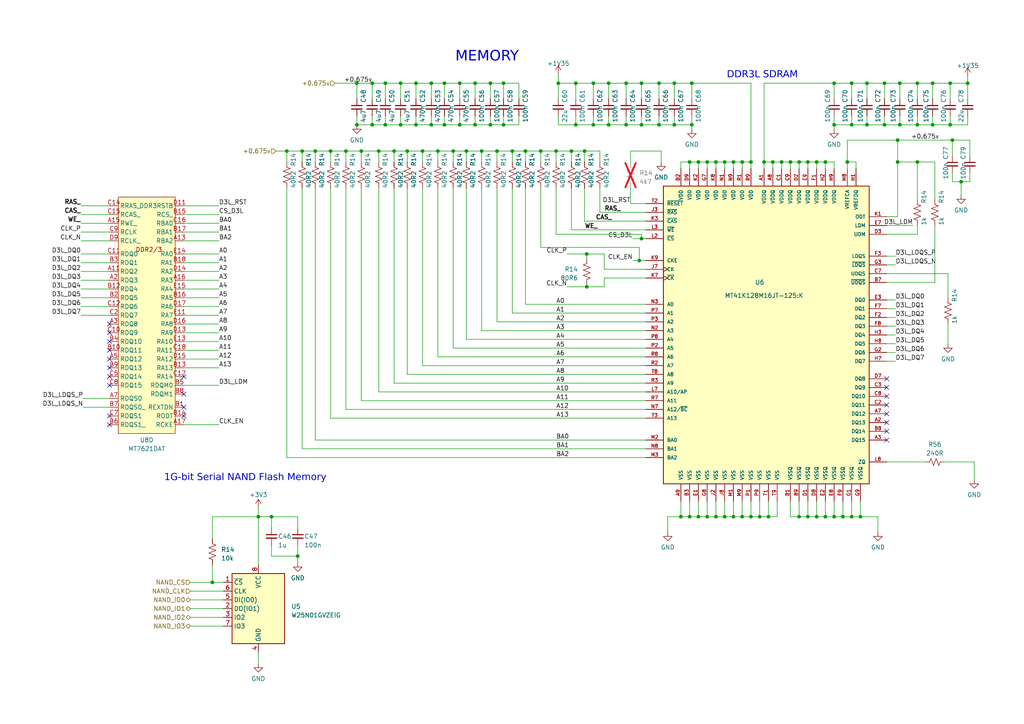
<source format=kicad_sch>
(kicad_sch (version 20230121) (generator eeschema)
  (paper "A4")
  (junction (at 91.44 43.815))
  (junction (at 266.065 24.13))
  (junction (at 212.725 149.86))
  (junction (at 245.745 46.99))
  (junction (at 161.925 24.13))
  (junction (at 83.185 43.815))
  (junction (at 142.24 24.13))
  (junction (at 202.565 46.99))
  (junction (at 176.53 36.195))
  (junction (at 256.54 24.13))
  (junction (at 251.46 24.13))
  (junction (at 224.155 46.99))
  (junction (at 103.505 36.195))
  (junction (at 212.725 46.99))
  (junction (at 186.055 24.13))
  (junction (at 207.645 46.99))
  (junction (at 205.105 46.99))
  (junction (at 260.985 36.195))
  (junction (at 137.795 36.195))
  (junction (at 111.76 36.195))
  (junction (at 172.085 24.13))
  (junction (at 181.61 36.195))
  (junction (at 186.055 69.215))
  (junction (at 260.35 46.99))
  (junction (at 133.35 36.195))
  (junction (at 78.74 149.86))
  (junction (at 247.015 149.86))
  (junction (at 202.565 149.86))
  (junction (at 221.615 46.99))
  (junction (at 142.24 36.195))
  (junction (at 195.58 24.13))
  (junction (at 236.855 149.86))
  (junction (at 247.015 36.195))
  (junction (at 165.735 43.815))
  (junction (at 234.315 46.99))
  (junction (at 170.18 73.66))
  (junction (at 220.345 149.86))
  (junction (at 131.445 43.815))
  (junction (at 276.225 40.64))
  (junction (at 104.775 43.815))
  (junction (at 280.67 24.13))
  (junction (at 95.885 43.815))
  (junction (at 167.005 24.13))
  (junction (at 137.795 24.13))
  (junction (at 275.59 24.13))
  (junction (at 226.695 46.99))
  (junction (at 191.135 36.195))
  (junction (at 120.65 24.13))
  (junction (at 116.205 36.195))
  (junction (at 116.205 24.13))
  (junction (at 128.905 24.13))
  (junction (at 186.055 36.195))
  (junction (at 148.59 43.815))
  (junction (at 215.265 46.99))
  (junction (at 217.805 46.99))
  (junction (at 120.65 36.195))
  (junction (at 247.015 24.13))
  (junction (at 200.66 36.195))
  (junction (at 239.395 149.86))
  (junction (at 185.42 75.565))
  (junction (at 74.93 149.86))
  (junction (at 135.255 43.815))
  (junction (at 278.765 52.705))
  (junction (at 256.54 36.195))
  (junction (at 215.265 149.86))
  (junction (at 200.66 24.13))
  (junction (at 266.065 46.99))
  (junction (at 181.61 24.13))
  (junction (at 152.4 43.815))
  (junction (at 169.545 43.815))
  (junction (at 114.3 43.815))
  (junction (at 207.645 149.86))
  (junction (at 241.935 24.13))
  (junction (at 100.33 43.815))
  (junction (at 234.315 149.86))
  (junction (at 195.58 36.195))
  (junction (at 125.095 36.195))
  (junction (at 125.095 24.13))
  (junction (at 122.555 43.815))
  (junction (at 231.775 149.86))
  (junction (at 239.395 46.99))
  (junction (at 217.805 149.86))
  (junction (at 128.905 36.195))
  (junction (at 244.475 149.86))
  (junction (at 260.985 24.13))
  (junction (at 146.05 24.13))
  (junction (at 107.95 36.195))
  (junction (at 109.855 43.815))
  (junction (at 249.555 149.86))
  (junction (at 156.845 43.815))
  (junction (at 111.76 24.13))
  (junction (at 200.025 149.86))
  (junction (at 241.935 36.195))
  (junction (at 170.18 83.185))
  (junction (at 231.775 46.99))
  (junction (at 200.025 46.99))
  (junction (at 172.085 36.195))
  (junction (at 229.235 46.99))
  (junction (at 241.935 149.86))
  (junction (at 275.59 36.195))
  (junction (at 86.36 161.29))
  (junction (at 61.595 168.91))
  (junction (at 127 43.815))
  (junction (at 167.005 36.195))
  (junction (at 222.885 149.86))
  (junction (at 139.7 43.815))
  (junction (at 260.35 40.64))
  (junction (at 266.065 36.195))
  (junction (at 107.95 24.13))
  (junction (at 161.29 43.815))
  (junction (at 191.135 24.13))
  (junction (at 133.35 24.13))
  (junction (at 103.505 24.13))
  (junction (at 236.855 46.99))
  (junction (at 251.46 36.195))
  (junction (at 210.185 46.99))
  (junction (at 146.05 36.195))
  (junction (at 270.51 36.195))
  (junction (at 197.485 149.86))
  (junction (at 176.53 24.13))
  (junction (at 118.11 43.815))
  (junction (at 210.185 149.86))
  (junction (at 205.105 149.86))
  (junction (at 144.145 43.815))
  (junction (at 87.63 43.815))
  (junction (at 270.51 24.13))
  (no_connect (at 257.175 112.395))
  (no_connect (at 31.75 109.22))
  (no_connect (at 53.34 120.65))
  (no_connect (at 31.75 93.98))
  (no_connect (at 53.34 109.22))
  (no_connect (at 31.75 99.06))
  (no_connect (at 53.34 114.3))
  (no_connect (at 31.75 123.19))
  (no_connect (at 257.175 127.635))
  (no_connect (at 31.75 96.52))
  (no_connect (at 53.34 118.11))
  (no_connect (at 257.175 117.475))
  (no_connect (at 31.75 101.6))
  (no_connect (at 31.75 120.65))
  (no_connect (at 257.175 122.555))
  (no_connect (at 31.75 106.68))
  (no_connect (at 257.175 120.015))
  (no_connect (at 257.175 114.935))
  (no_connect (at 31.75 111.76))
  (no_connect (at 31.75 104.14))
  (no_connect (at 257.175 109.855))
  (no_connect (at 257.175 125.095))
  (wire (pts (xy 221.615 46.99) (xy 221.615 24.13)))
  (wire (pts (xy 281.305 52.705) (xy 278.765 52.705)))
  (wire (pts (xy 202.565 46.99) (xy 202.565 48.895)))
  (wire (pts (xy 83.185 43.815) (xy 83.185 46.99)))
  (wire (pts (xy 281.305 45.085) (xy 281.305 40.64)))
  (wire (pts (xy 236.855 145.415) (xy 236.855 149.86)))
  (wire (pts (xy 274.955 93.98) (xy 274.955 99.695)))
  (wire (pts (xy 183.515 75.565) (xy 185.42 75.565)))
  (wire (pts (xy 282.575 139.065) (xy 282.575 133.985)))
  (wire (pts (xy 139.7 43.815) (xy 144.145 43.815)))
  (wire (pts (xy 61.595 149.86) (xy 74.93 149.86)))
  (wire (pts (xy 148.59 43.815) (xy 152.4 43.815)))
  (wire (pts (xy 156.845 71.755) (xy 185.42 71.755)))
  (wire (pts (xy 161.925 24.13) (xy 161.925 28.575)))
  (wire (pts (xy 118.11 54.61) (xy 118.11 108.585)))
  (wire (pts (xy 139.7 95.885) (xy 139.7 54.61)))
  (wire (pts (xy 103.505 24.13) (xy 107.95 24.13)))
  (wire (pts (xy 187.325 111.125) (xy 114.3 111.125)))
  (wire (pts (xy 169.545 43.815) (xy 173.99 43.815)))
  (wire (pts (xy 104.775 43.815) (xy 109.855 43.815)))
  (wire (pts (xy 210.185 46.99) (xy 210.185 48.895)))
  (wire (pts (xy 245.745 46.99) (xy 245.745 40.64)))
  (wire (pts (xy 78.74 161.29) (xy 86.36 161.29)))
  (wire (pts (xy 107.95 36.195) (xy 111.76 36.195)))
  (wire (pts (xy 103.505 33.655) (xy 103.505 36.195)))
  (wire (pts (xy 266.065 24.13) (xy 270.51 24.13)))
  (wire (pts (xy 170.18 73.66) (xy 170.18 74.93)))
  (wire (pts (xy 200.025 46.99) (xy 202.565 46.99)))
  (wire (pts (xy 120.65 36.195) (xy 125.095 36.195)))
  (wire (pts (xy 150.495 36.195) (xy 150.495 33.655)))
  (wire (pts (xy 86.36 153.035) (xy 86.36 149.86)))
  (wire (pts (xy 53.34 99.06) (xy 63.5 99.06)))
  (wire (pts (xy 231.775 46.99) (xy 234.315 46.99)))
  (wire (pts (xy 31.75 83.82) (xy 23.495 83.82)))
  (wire (pts (xy 107.95 24.13) (xy 111.76 24.13)))
  (wire (pts (xy 280.67 24.13) (xy 280.67 28.575)))
  (wire (pts (xy 187.325 66.675) (xy 165.735 66.675)))
  (wire (pts (xy 248.285 46.99) (xy 245.745 46.99)))
  (wire (pts (xy 23.495 67.31) (xy 31.75 67.31)))
  (wire (pts (xy 256.54 36.195) (xy 251.46 36.195)))
  (wire (pts (xy 239.395 46.99) (xy 241.935 46.99)))
  (wire (pts (xy 53.34 64.77) (xy 63.5 64.77)))
  (wire (pts (xy 257.175 97.155) (xy 259.715 97.155)))
  (wire (pts (xy 125.095 33.655) (xy 125.095 36.195)))
  (wire (pts (xy 87.63 43.815) (xy 91.44 43.815)))
  (wire (pts (xy 131.445 46.99) (xy 131.445 43.815)))
  (wire (pts (xy 161.29 54.61) (xy 161.29 67.945)))
  (wire (pts (xy 270.51 24.13) (xy 275.59 24.13)))
  (wire (pts (xy 239.395 46.99) (xy 239.395 48.895)))
  (wire (pts (xy 236.855 46.99) (xy 236.855 48.895)))
  (wire (pts (xy 217.805 48.895) (xy 217.805 46.99)))
  (wire (pts (xy 61.595 156.21) (xy 61.595 149.86)))
  (wire (pts (xy 172.085 36.195) (xy 176.53 36.195)))
  (wire (pts (xy 95.885 43.815) (xy 95.885 46.99)))
  (wire (pts (xy 224.155 46.99) (xy 226.695 46.99)))
  (wire (pts (xy 205.105 149.86) (xy 207.645 149.86)))
  (wire (pts (xy 137.795 33.655) (xy 137.795 36.195)))
  (wire (pts (xy 139.7 43.815) (xy 139.7 46.99)))
  (wire (pts (xy 236.855 149.86) (xy 239.395 149.86)))
  (wire (pts (xy 86.36 161.29) (xy 86.36 163.195)))
  (wire (pts (xy 161.925 33.655) (xy 161.925 36.195)))
  (wire (pts (xy 266.065 65.405) (xy 266.065 67.945)))
  (wire (pts (xy 186.055 67.945) (xy 186.055 69.215)))
  (wire (pts (xy 205.105 46.99) (xy 207.645 46.99)))
  (wire (pts (xy 164.465 73.66) (xy 170.18 73.66)))
  (wire (pts (xy 78.74 149.86) (xy 74.93 149.86)))
  (wire (pts (xy 212.725 46.99) (xy 215.265 46.99)))
  (wire (pts (xy 128.905 28.575) (xy 128.905 24.13)))
  (wire (pts (xy 53.34 86.36) (xy 63.5 86.36)))
  (wire (pts (xy 87.63 54.61) (xy 87.63 130.175)))
  (wire (pts (xy 266.065 33.655) (xy 266.065 36.195)))
  (wire (pts (xy 187.325 127.635) (xy 91.44 127.635)))
  (wire (pts (xy 114.3 43.815) (xy 118.11 43.815)))
  (wire (pts (xy 80.01 43.815) (xy 83.185 43.815)))
  (wire (pts (xy 181.61 24.13) (xy 186.055 24.13)))
  (wire (pts (xy 236.855 46.99) (xy 239.395 46.99)))
  (wire (pts (xy 275.59 24.13) (xy 280.67 24.13)))
  (wire (pts (xy 224.155 48.895) (xy 224.155 46.99)))
  (wire (pts (xy 78.74 149.86) (xy 78.74 153.035)))
  (wire (pts (xy 247.015 36.195) (xy 241.935 36.195)))
  (wire (pts (xy 53.34 88.9) (xy 63.5 88.9)))
  (wire (pts (xy 257.175 76.835) (xy 259.715 76.835)))
  (wire (pts (xy 205.105 46.99) (xy 205.105 48.895)))
  (wire (pts (xy 53.34 104.14) (xy 63.5 104.14)))
  (wire (pts (xy 186.055 28.575) (xy 186.055 24.13)))
  (wire (pts (xy 257.175 99.695) (xy 259.715 99.695)))
  (wire (pts (xy 53.34 73.66) (xy 63.5 73.66)))
  (wire (pts (xy 169.545 43.815) (xy 169.545 46.99)))
  (wire (pts (xy 55.245 179.07) (xy 64.77 179.07)))
  (wire (pts (xy 24.13 118.11) (xy 31.75 118.11)))
  (wire (pts (xy 191.135 24.13) (xy 191.135 28.575)))
  (wire (pts (xy 186.055 36.195) (xy 191.135 36.195)))
  (wire (pts (xy 266.065 28.575) (xy 266.065 24.13)))
  (wire (pts (xy 270.51 28.575) (xy 270.51 24.13)))
  (wire (pts (xy 100.33 43.815) (xy 100.33 46.99)))
  (wire (pts (xy 257.175 65.405) (xy 264.795 65.405)))
  (wire (pts (xy 146.05 33.655) (xy 146.05 36.195)))
  (wire (pts (xy 133.35 33.655) (xy 133.35 36.195)))
  (wire (pts (xy 86.36 149.86) (xy 78.74 149.86)))
  (wire (pts (xy 182.88 43.815) (xy 182.88 46.99)))
  (wire (pts (xy 251.46 33.655) (xy 251.46 36.195)))
  (wire (pts (xy 55.245 171.45) (xy 64.77 171.45)))
  (wire (pts (xy 172.085 33.655) (xy 172.085 36.195)))
  (wire (pts (xy 116.205 24.13) (xy 116.205 28.575)))
  (wire (pts (xy 215.265 145.415) (xy 215.265 149.86)))
  (wire (pts (xy 274.955 79.375) (xy 274.955 86.36)))
  (wire (pts (xy 207.645 149.86) (xy 210.185 149.86)))
  (wire (pts (xy 221.615 48.895) (xy 221.615 46.99)))
  (wire (pts (xy 229.235 145.415) (xy 229.235 149.86)))
  (wire (pts (xy 152.4 43.815) (xy 156.845 43.815)))
  (wire (pts (xy 144.145 54.61) (xy 144.145 93.345)))
  (wire (pts (xy 181.61 36.195) (xy 186.055 36.195)))
  (wire (pts (xy 212.725 145.415) (xy 212.725 149.86)))
  (wire (pts (xy 187.325 61.595) (xy 173.99 61.595)))
  (wire (pts (xy 91.44 127.635) (xy 91.44 54.61)))
  (wire (pts (xy 165.735 66.675) (xy 165.735 54.61)))
  (wire (pts (xy 137.795 24.13) (xy 142.24 24.13)))
  (wire (pts (xy 276.225 40.64) (xy 281.305 40.64)))
  (wire (pts (xy 275.59 36.195) (xy 270.51 36.195)))
  (wire (pts (xy 125.095 28.575) (xy 125.095 24.13)))
  (wire (pts (xy 116.205 24.13) (xy 120.65 24.13)))
  (wire (pts (xy 217.805 145.415) (xy 217.805 149.86)))
  (wire (pts (xy 220.345 145.415) (xy 220.345 149.86)))
  (wire (pts (xy 144.145 93.345) (xy 187.325 93.345)))
  (wire (pts (xy 280.67 36.195) (xy 275.59 36.195)))
  (wire (pts (xy 241.935 46.99) (xy 241.935 48.895)))
  (wire (pts (xy 222.885 145.415) (xy 222.885 149.86)))
  (wire (pts (xy 251.46 24.13) (xy 256.54 24.13)))
  (wire (pts (xy 103.505 36.195) (xy 107.95 36.195)))
  (wire (pts (xy 91.44 43.815) (xy 91.44 46.99)))
  (wire (pts (xy 114.3 111.125) (xy 114.3 54.61)))
  (wire (pts (xy 183.515 69.215) (xy 186.055 69.215)))
  (wire (pts (xy 231.775 145.415) (xy 231.775 149.86)))
  (wire (pts (xy 116.205 33.655) (xy 116.205 36.195)))
  (wire (pts (xy 271.145 65.405) (xy 271.145 81.915)))
  (wire (pts (xy 195.58 24.13) (xy 200.66 24.13)))
  (wire (pts (xy 229.235 149.86) (xy 231.775 149.86)))
  (wire (pts (xy 137.795 24.13) (xy 137.795 28.575)))
  (wire (pts (xy 210.185 149.86) (xy 212.725 149.86)))
  (wire (pts (xy 120.65 28.575) (xy 120.65 24.13)))
  (wire (pts (xy 281.305 50.165) (xy 281.305 52.705)))
  (wire (pts (xy 175.26 78.105) (xy 187.325 78.105)))
  (wire (pts (xy 254.635 149.86) (xy 254.635 154.305)))
  (wire (pts (xy 165.735 43.815) (xy 169.545 43.815)))
  (wire (pts (xy 257.175 79.375) (xy 274.955 79.375)))
  (wire (pts (xy 193.675 154.305) (xy 193.675 149.86)))
  (wire (pts (xy 91.44 43.815) (xy 95.885 43.815)))
  (wire (pts (xy 191.135 24.13) (xy 195.58 24.13)))
  (wire (pts (xy 156.845 54.61) (xy 156.845 71.755)))
  (wire (pts (xy 202.565 149.86) (xy 205.105 149.86)))
  (wire (pts (xy 234.315 145.415) (xy 234.315 149.86)))
  (wire (pts (xy 195.58 36.195) (xy 200.66 36.195)))
  (wire (pts (xy 97.155 24.13) (xy 103.505 24.13)))
  (wire (pts (xy 53.34 69.85) (xy 63.5 69.85)))
  (wire (pts (xy 182.88 54.61) (xy 182.88 59.055)))
  (wire (pts (xy 111.76 24.13) (xy 116.205 24.13)))
  (wire (pts (xy 271.145 57.785) (xy 271.145 46.99)))
  (wire (pts (xy 61.595 168.91) (xy 64.77 168.91)))
  (wire (pts (xy 53.34 91.44) (xy 63.5 91.44)))
  (wire (pts (xy 191.77 43.815) (xy 182.88 43.815)))
  (wire (pts (xy 142.24 36.195) (xy 146.05 36.195)))
  (wire (pts (xy 167.005 33.655) (xy 167.005 36.195)))
  (wire (pts (xy 127 43.815) (xy 127 46.99)))
  (wire (pts (xy 125.095 24.13) (xy 128.905 24.13)))
  (wire (pts (xy 83.185 43.815) (xy 87.63 43.815)))
  (wire (pts (xy 197.485 145.415) (xy 197.485 149.86)))
  (wire (pts (xy 31.75 91.44) (xy 23.495 91.44)))
  (wire (pts (xy 146.05 36.195) (xy 150.495 36.195)))
  (wire (pts (xy 260.985 28.575) (xy 260.985 24.13)))
  (wire (pts (xy 257.175 67.945) (xy 266.065 67.945)))
  (wire (pts (xy 131.445 100.965) (xy 131.445 54.61)))
  (wire (pts (xy 221.615 24.13) (xy 241.935 24.13)))
  (wire (pts (xy 200.66 36.195) (xy 200.66 37.465)))
  (wire (pts (xy 270.51 33.655) (xy 270.51 36.195)))
  (wire (pts (xy 127 103.505) (xy 187.325 103.505)))
  (wire (pts (xy 197.485 48.895) (xy 197.485 46.99)))
  (wire (pts (xy 55.245 168.91) (xy 61.595 168.91)))
  (wire (pts (xy 176.53 24.13) (xy 176.53 28.575)))
  (wire (pts (xy 53.34 111.76) (xy 63.5 111.76)))
  (wire (pts (xy 276.225 50.165) (xy 276.225 52.705)))
  (wire (pts (xy 146.05 24.13) (xy 142.24 24.13)))
  (wire (pts (xy 23.495 59.69) (xy 31.75 59.69)))
  (wire (pts (xy 191.77 46.99) (xy 191.77 43.815)))
  (wire (pts (xy 116.205 36.195) (xy 120.65 36.195)))
  (wire (pts (xy 135.255 98.425) (xy 187.325 98.425)))
  (wire (pts (xy 239.395 149.86) (xy 241.935 149.86)))
  (wire (pts (xy 185.42 71.755) (xy 185.42 75.565)))
  (wire (pts (xy 221.615 46.99) (xy 224.155 46.99)))
  (wire (pts (xy 175.26 80.645) (xy 175.26 83.185)))
  (wire (pts (xy 131.445 43.815) (xy 135.255 43.815)))
  (wire (pts (xy 83.185 132.715) (xy 83.185 54.61)))
  (wire (pts (xy 148.59 90.805) (xy 148.59 54.61)))
  (wire (pts (xy 103.505 24.13) (xy 103.505 28.575)))
  (wire (pts (xy 100.33 118.745) (xy 100.33 54.61)))
  (wire (pts (xy 55.245 176.53) (xy 64.77 176.53)))
  (wire (pts (xy 195.58 33.655) (xy 195.58 36.195)))
  (wire (pts (xy 257.175 133.985) (xy 268.605 133.985)))
  (wire (pts (xy 86.36 158.115) (xy 86.36 161.29)))
  (wire (pts (xy 266.065 46.99) (xy 266.065 57.785)))
  (wire (pts (xy 74.93 149.86) (xy 74.93 163.83)))
  (wire (pts (xy 275.59 33.655) (xy 275.59 36.195)))
  (wire (pts (xy 95.885 121.285) (xy 187.325 121.285)))
  (wire (pts (xy 118.11 43.815) (xy 118.11 46.99)))
  (wire (pts (xy 109.855 43.815) (xy 114.3 43.815)))
  (wire (pts (xy 260.35 40.64) (xy 260.35 46.99)))
  (wire (pts (xy 207.645 145.415) (xy 207.645 149.86)))
  (wire (pts (xy 234.315 46.99) (xy 234.315 48.895)))
  (wire (pts (xy 53.34 83.82) (xy 63.5 83.82)))
  (wire (pts (xy 150.495 24.13) (xy 146.05 24.13)))
  (wire (pts (xy 175.26 83.185) (xy 170.18 83.185)))
  (wire (pts (xy 241.935 145.415) (xy 241.935 149.86)))
  (wire (pts (xy 74.93 189.23) (xy 74.93 192.405)))
  (wire (pts (xy 241.935 24.13) (xy 241.935 28.575)))
  (wire (pts (xy 53.34 106.68) (xy 63.5 106.68)))
  (wire (pts (xy 53.34 67.31) (xy 63.5 67.31)))
  (wire (pts (xy 231.775 46.99) (xy 231.775 48.895)))
  (wire (pts (xy 111.76 28.575) (xy 111.76 24.13)))
  (wire (pts (xy 257.175 81.915) (xy 271.145 81.915)))
  (wire (pts (xy 182.88 59.055) (xy 187.325 59.055)))
  (wire (pts (xy 202.565 145.415) (xy 202.565 149.86)))
  (wire (pts (xy 278.765 52.705) (xy 278.765 56.515)))
  (wire (pts (xy 186.055 69.215) (xy 187.325 69.215)))
  (wire (pts (xy 120.65 33.655) (xy 120.65 36.195)))
  (wire (pts (xy 260.985 24.13) (xy 266.065 24.13)))
  (wire (pts (xy 247.015 149.86) (xy 249.555 149.86)))
  (wire (pts (xy 226.695 46.99) (xy 229.235 46.99)))
  (wire (pts (xy 152.4 54.61) (xy 152.4 88.265)))
  (wire (pts (xy 257.175 62.865) (xy 260.35 62.865)))
  (wire (pts (xy 107.95 28.575) (xy 107.95 24.13)))
  (wire (pts (xy 191.135 33.655) (xy 191.135 36.195)))
  (wire (pts (xy 187.325 106.045) (xy 122.555 106.045)))
  (wire (pts (xy 244.475 145.415) (xy 244.475 149.86)))
  (wire (pts (xy 53.34 59.69) (xy 63.5 59.69)))
  (wire (pts (xy 241.935 149.86) (xy 244.475 149.86)))
  (wire (pts (xy 185.42 75.565) (xy 187.325 75.565)))
  (wire (pts (xy 53.34 96.52) (xy 63.5 96.52)))
  (wire (pts (xy 31.75 78.74) (xy 23.495 78.74)))
  (wire (pts (xy 176.53 24.13) (xy 172.085 24.13)))
  (wire (pts (xy 114.3 46.99) (xy 114.3 43.815)))
  (wire (pts (xy 156.845 43.815) (xy 161.29 43.815)))
  (wire (pts (xy 260.35 62.865) (xy 260.35 46.99)))
  (wire (pts (xy 146.05 24.13) (xy 146.05 28.575)))
  (wire (pts (xy 165.735 43.815) (xy 165.735 46.99)))
  (wire (pts (xy 260.985 36.195) (xy 266.065 36.195)))
  (wire (pts (xy 181.61 33.655) (xy 181.61 36.195)))
  (wire (pts (xy 187.325 100.965) (xy 131.445 100.965)))
  (wire (pts (xy 133.35 28.575) (xy 133.35 24.13)))
  (wire (pts (xy 95.885 43.815) (xy 100.33 43.815)))
  (wire (pts (xy 239.395 145.415) (xy 239.395 149.86)))
  (wire (pts (xy 234.315 149.86) (xy 236.855 149.86)))
  (wire (pts (xy 167.005 24.13) (xy 167.005 28.575)))
  (wire (pts (xy 53.34 123.19) (xy 63.5 123.19)))
  (wire (pts (xy 215.265 149.86) (xy 217.805 149.86)))
  (wire (pts (xy 31.75 88.9) (xy 23.495 88.9)))
  (wire (pts (xy 167.005 36.195) (xy 172.085 36.195)))
  (wire (pts (xy 161.925 24.13) (xy 161.925 21.59)))
  (wire (pts (xy 200.66 33.655) (xy 200.66 36.195)))
  (wire (pts (xy 100.33 43.815) (xy 104.775 43.815)))
  (wire (pts (xy 187.325 95.885) (xy 139.7 95.885)))
  (wire (pts (xy 135.255 43.815) (xy 139.7 43.815)))
  (wire (pts (xy 133.35 36.195) (xy 137.795 36.195)))
  (wire (pts (xy 256.54 28.575) (xy 256.54 24.13)))
  (wire (pts (xy 31.75 81.28) (xy 23.495 81.28)))
  (wire (pts (xy 127 43.815) (xy 131.445 43.815)))
  (wire (pts (xy 249.555 149.86) (xy 254.635 149.86)))
  (wire (pts (xy 210.185 145.415) (xy 210.185 149.86)))
  (wire (pts (xy 176.53 33.655) (xy 176.53 36.195)))
  (wire (pts (xy 207.645 46.99) (xy 207.645 48.895)))
  (wire (pts (xy 241.935 33.655) (xy 241.935 36.195)))
  (wire (pts (xy 23.495 64.77) (xy 31.75 64.77)))
  (wire (pts (xy 107.95 33.655) (xy 107.95 36.195)))
  (wire (pts (xy 195.58 28.575) (xy 195.58 24.13)))
  (wire (pts (xy 234.315 46.99) (xy 236.855 46.99)))
  (wire (pts (xy 282.575 133.985) (xy 273.685 133.985)))
  (wire (pts (xy 87.63 43.815) (xy 87.63 46.99)))
  (wire (pts (xy 260.35 40.64) (xy 276.225 40.64)))
  (wire (pts (xy 245.745 48.895) (xy 245.745 46.99)))
  (wire (pts (xy 127 54.61) (xy 127 103.505)))
  (wire (pts (xy 122.555 106.045) (xy 122.555 54.61)))
  (wire (pts (xy 31.75 86.36) (xy 23.495 86.36)))
  (wire (pts (xy 31.75 73.66) (xy 23.495 73.66)))
  (wire (pts (xy 172.085 24.13) (xy 172.085 28.575)))
  (wire (pts (xy 260.985 33.655) (xy 260.985 36.195)))
  (wire (pts (xy 142.24 24.13) (xy 142.24 28.575)))
  (wire (pts (xy 109.855 43.815) (xy 109.855 46.99)))
  (wire (pts (xy 53.34 78.74) (xy 63.5 78.74)))
  (wire (pts (xy 176.53 36.195) (xy 181.61 36.195)))
  (wire (pts (xy 87.63 130.175) (xy 187.325 130.175)))
  (wire (pts (xy 142.24 33.655) (xy 142.24 36.195)))
  (wire (pts (xy 152.4 88.265) (xy 187.325 88.265)))
  (wire (pts (xy 191.135 36.195) (xy 195.58 36.195)))
  (wire (pts (xy 148.59 43.815) (xy 148.59 46.99)))
  (wire (pts (xy 249.555 145.415) (xy 249.555 149.86)))
  (wire (pts (xy 205.105 145.415) (xy 205.105 149.86)))
  (wire (pts (xy 212.725 149.86) (xy 215.265 149.86)))
  (wire (pts (xy 175.26 73.66) (xy 170.18 73.66)))
  (wire (pts (xy 161.925 36.195) (xy 167.005 36.195)))
  (wire (pts (xy 109.855 113.665) (xy 187.325 113.665)))
  (wire (pts (xy 280.67 22.225) (xy 280.67 24.13)))
  (wire (pts (xy 173.99 61.595) (xy 173.99 54.61)))
  (wire (pts (xy 187.325 118.745) (xy 100.33 118.745)))
  (wire (pts (xy 135.255 54.61) (xy 135.255 98.425)))
  (wire (pts (xy 104.775 116.205) (xy 187.325 116.205)))
  (wire (pts (xy 133.35 24.13) (xy 137.795 24.13)))
  (wire (pts (xy 128.905 36.195) (xy 133.35 36.195)))
  (wire (pts (xy 257.175 104.775) (xy 259.715 104.775)))
  (wire (pts (xy 169.545 64.135) (xy 187.325 64.135)))
  (wire (pts (xy 256.54 36.195) (xy 260.985 36.195)))
  (wire (pts (xy 164.465 83.185) (xy 170.18 83.185)))
  (wire (pts (xy 200.66 24.13) (xy 217.805 24.13)))
  (wire (pts (xy 55.245 181.61) (xy 64.77 181.61)))
  (wire (pts (xy 111.76 36.195) (xy 116.205 36.195)))
  (wire (pts (xy 193.675 149.86) (xy 197.485 149.86)))
  (wire (pts (xy 212.725 46.99) (xy 212.725 48.895)))
  (wire (pts (xy 170.18 83.185) (xy 170.18 82.55)))
  (wire (pts (xy 200.025 46.99) (xy 200.025 48.895)))
  (wire (pts (xy 251.46 36.195) (xy 247.015 36.195)))
  (wire (pts (xy 244.475 149.86) (xy 247.015 149.86)))
  (wire (pts (xy 144.145 46.99) (xy 144.145 43.815)))
  (wire (pts (xy 245.745 40.64) (xy 260.35 40.64)))
  (wire (pts (xy 275.59 28.575) (xy 275.59 24.13)))
  (wire (pts (xy 266.065 46.99) (xy 260.35 46.99)))
  (wire (pts (xy 175.26 78.105) (xy 175.26 73.66)))
  (wire (pts (xy 280.67 33.655) (xy 280.67 36.195)))
  (wire (pts (xy 200.66 24.13) (xy 200.66 28.575)))
  (wire (pts (xy 53.34 101.6) (xy 63.5 101.6)))
  (wire (pts (xy 187.325 132.715) (xy 83.185 132.715)))
  (wire (pts (xy 247.015 145.415) (xy 247.015 149.86)))
  (wire (pts (xy 186.055 33.655) (xy 186.055 36.195)))
  (wire (pts (xy 125.095 36.195) (xy 128.905 36.195)))
  (wire (pts (xy 181.61 24.13) (xy 176.53 24.13)))
  (wire (pts (xy 169.545 54.61) (xy 169.545 64.135)))
  (wire (pts (xy 207.645 46.99) (xy 210.185 46.99)))
  (wire (pts (xy 61.595 163.83) (xy 61.595 168.91)))
  (wire (pts (xy 215.265 46.99) (xy 215.265 48.895)))
  (wire (pts (xy 172.085 24.13) (xy 167.005 24.13)))
  (wire (pts (xy 24.13 115.57) (xy 31.75 115.57)))
  (wire (pts (xy 122.555 43.815) (xy 127 43.815)))
  (wire (pts (xy 152.4 43.815) (xy 152.4 46.99)))
  (wire (pts (xy 104.775 54.61) (xy 104.775 116.205)))
  (wire (pts (xy 137.795 36.195) (xy 142.24 36.195)))
  (wire (pts (xy 161.29 43.815) (xy 165.735 43.815)))
  (wire (pts (xy 53.34 76.2) (xy 63.5 76.2)))
  (wire (pts (xy 122.555 43.815) (xy 122.555 46.99)))
  (wire (pts (xy 78.74 158.115) (xy 78.74 161.29)))
  (wire (pts (xy 128.905 24.13) (xy 133.35 24.13)))
  (wire (pts (xy 31.75 76.2) (xy 23.495 76.2)))
  (wire (pts (xy 231.775 149.86) (xy 234.315 149.86)))
  (wire (pts (xy 53.34 62.23) (xy 63.5 62.23)))
  (wire (pts (xy 276.225 45.085) (xy 276.225 40.64)))
  (wire (pts (xy 197.485 46.99) (xy 200.025 46.99)))
  (wire (pts (xy 217.805 149.86) (xy 220.345 149.86)))
  (wire (pts (xy 135.255 43.815) (xy 135.255 46.99)))
  (wire (pts (xy 257.175 86.995) (xy 259.715 86.995)))
  (wire (pts (xy 278.765 52.705) (xy 276.225 52.705)))
  (wire (pts (xy 247.015 28.575) (xy 247.015 24.13)))
  (wire (pts (xy 167.005 24.13) (xy 161.925 24.13)))
  (wire (pts (xy 23.495 62.23) (xy 31.75 62.23)))
  (wire (pts (xy 120.65 24.13) (xy 125.095 24.13)))
  (wire (pts (xy 161.29 67.945) (xy 186.055 67.945)))
  (wire (pts (xy 181.61 24.13) (xy 181.61 28.575)))
  (wire (pts (xy 95.885 54.61) (xy 95.885 121.285)))
  (wire (pts (xy 225.425 149.86) (xy 225.425 145.415)))
  (wire (pts (xy 271.145 46.99) (xy 266.065 46.99)))
  (wire (pts (xy 257.175 89.535) (xy 259.715 89.535)))
  (wire (pts (xy 186.055 24.13) (xy 191.135 24.13)))
  (wire (pts (xy 241.935 24.13) (xy 247.015 24.13)))
  (wire (pts (xy 251.46 28.575) (xy 251.46 24.13)))
  (wire (pts (xy 150.495 24.13) (xy 150.495 28.575)))
  (wire (pts (xy 257.175 94.615) (xy 259.715 94.615)))
  (wire (pts (xy 266.065 36.195) (xy 270.51 36.195)))
  (wire (pts (xy 55.245 173.99) (xy 64.77 173.99)))
  (wire (pts (xy 202.565 46.99) (xy 205.105 46.99)))
  (wire (pts (xy 23.495 69.85) (xy 31.75 69.85)))
  (wire (pts (xy 200.025 149.86) (xy 202.565 149.86)))
  (wire (pts (xy 257.175 74.295) (xy 259.715 74.295)))
  (wire (pts (xy 210.185 46.99) (xy 212.725 46.99)))
  (wire (pts (xy 144.145 43.815) (xy 148.59 43.815)))
  (wire (pts (xy 217.805 46.99) (xy 217.805 24.13)))
  (wire (pts (xy 257.175 92.075) (xy 259.715 92.075)))
  (wire (pts (xy 247.015 33.655) (xy 247.015 36.195)))
  (wire (pts (xy 53.34 81.28) (xy 63.5 81.28)))
  (wire (pts (xy 118.11 43.815) (xy 122.555 43.815)))
  (wire (pts (xy 241.935 36.195) (xy 241.935 37.465)))
  (wire (pts (xy 256.54 33.655) (xy 256.54 36.195)))
  (wire (pts (xy 109.855 54.61) (xy 109.855 113.665)))
  (wire (pts (xy 118.11 108.585) (xy 187.325 108.585)))
  (wire (pts (xy 247.015 24.13) (xy 251.46 24.13)))
  (wire (pts (xy 156.845 43.815) (xy 156.845 46.99)))
  (wire (pts (xy 197.485 149.86) (xy 200.025 149.86)))
  (wire (pts (xy 226.695 46.99) (xy 226.695 48.895)))
  (wire (pts (xy 173.99 43.815) (xy 173.99 46.99)))
  (wire (pts (xy 220.345 149.86) (xy 222.885 149.86)))
  (wire (pts (xy 229.235 46.99) (xy 229.235 48.895)))
  (wire (pts (xy 104.775 43.815) (xy 104.775 46.99)))
  (wire (pts (xy 74.93 149.86) (xy 74.93 147.32)))
  (wire (pts (xy 187.325 90.805) (xy 148.59 90.805)))
  (wire (pts (xy 256.54 24.13) (xy 260.985 24.13)))
  (wire (pts (xy 175.26 80.645) (xy 187.325 80.645)))
  (wire (pts (xy 257.175 102.235) (xy 259.715 102.235)))
  (wire (pts (xy 128.905 33.655) (xy 128.905 36.195)))
  (wire (pts (xy 229.235 46.99) (xy 231.775 46.99)))
  (wire (pts (xy 111.76 33.655) (xy 111.76 36.195)))
  (wire (pts (xy 222.885 149.86) (xy 225.425 149.86)))
  (wire (pts (xy 53.34 93.98) (xy 63.5 93.98)))
  (wire (pts (xy 161.29 43.815) (xy 161.29 46.99)))
  (wire (pts (xy 215.265 46.99) (xy 217.805 46.99)))
  (wire (pts (xy 248.285 48.895) (xy 248.285 46.99)))
  (wire (pts (xy 200.025 145.415) (xy 200.025 149.86)))
  (text "DDR3L SDRAM" (at 210.82 23.495 0) (effects (font (size 2 2)) (justify left bottom)))
  (text "1G-bit Serial NAND Flash Memory" (at 47.625 140.335 0) (effects (font (size 2 2)) (justify left bottom)))
  (text "MEMORY" (at 132.08 19.05 0) (effects (font (size 3 3)) (justify left bottom)))
  (label "A6" (at 63.5 88.9 0))
  (label "D3L_DQ2" (at 259.715 92.075 0))
  (label "D3L_DQ1" (at 23.495 76.2 180))
  (label "A11" (at 161.29 116.205 0))
  (label "A9" (at 63.5 96.52 0))
  (label "CLK_N" (at 23.495 69.85 180))
  (label "A4" (at 63.5 83.82 0))
  (label "A8" (at 161.29 108.585 0))
  (label "A12" (at 161.29 118.745 0))
  (label "A13" (at 161.29 121.285 0))
  (label "D3L_LDQS_N" (at 24.13 118.11 180))
  (label "A2" (at 63.5 78.74 0))
  (label "D3L_DQ0" (at 259.715 86.995 0))
  (label "A11" (at 63.5 101.6 0))
  (label "D3L_LDM" (at 63.5 111.76 0))
  (label "A2" (at 161.29 93.345 0))
  (label "A3" (at 63.5 81.28 0))
  (label "BA2" (at 63.5 69.85 0))
  (label "A13" (at 63.5 106.68 0))
  (label "D3L_DQ0" (at 23.495 73.66 180))
  (label "WE_" (at 23.495 64.77 180) (effects (font bold)))
  (label "A10" (at 161.29 113.665 0))
  (label "D3L_RST" (at 63.5 59.69 0))
  (label "BA0" (at 161.29 127.635 0))
  (label "A0" (at 161.29 88.265 0))
  (label "A6" (at 161.29 103.505 0))
  (label "D3L_DQ4" (at 23.495 83.82 180))
  (label "D3L_DQ5" (at 23.495 86.36 180))
  (label "CS_D3L" (at 63.5 62.23 0))
  (label "D3L_DQ4" (at 259.715 97.155 0))
  (label "BA1" (at 161.29 130.175 0))
  (label "CLK_N" (at 164.465 83.185 180))
  (label "BA0" (at 63.5 64.77 0))
  (label "D3L_RST" (at 182.88 59.055 180))
  (label "BA1" (at 63.5 67.31 0))
  (label "CLK_P" (at 164.465 73.66 180))
  (label "CLK_EN" (at 183.515 75.565 180))
  (label "D3L_DQ1" (at 259.715 89.535 0))
  (label "A4" (at 161.29 98.425 0))
  (label "D3L_DQ2" (at 23.495 78.74 180))
  (label "A0" (at 63.5 73.66 0))
  (label "WE_" (at 169.545 66.675 0) (effects (font bold)))
  (label "D3L_DQ7" (at 23.495 91.44 180))
  (label "CLK_EN" (at 63.5 123.19 0))
  (label "A3" (at 161.29 95.885 0))
  (label "A1" (at 161.29 90.805 0))
  (label "A1" (at 63.5 76.2 0))
  (label "D3L_LDQS_N" (at 259.715 76.835 0))
  (label "D3L_DQ3" (at 23.495 81.28 180))
  (label "A12" (at 63.5 104.14 0))
  (label "RAS_" (at 23.495 59.69 180) (effects (font bold)))
  (label "A9" (at 161.29 111.125 0))
  (label "A5" (at 161.29 100.965 0))
  (label "D3L_LDQS_P" (at 24.13 115.57 180))
  (label "A7" (at 63.5 91.44 0))
  (label "CAS_" (at 172.72 64.135 0) (effects (font bold)))
  (label "D3L_LDM" (at 264.795 65.405 180))
  (label "A5" (at 63.5 86.36 0))
  (label "+0.675v" (at 107.95 24.13 180))
  (label "A7" (at 161.29 106.045 0))
  (label "RAS_" (at 175.26 61.595 0) (effects (font bold)))
  (label "D3L_DQ5" (at 259.715 99.695 0))
  (label "D3L_DQ6" (at 259.715 102.235 0))
  (label "CLK_P" (at 23.495 67.31 180))
  (label "D3L_DQ3" (at 259.715 94.615 0))
  (label "CAS_" (at 23.495 62.23 180) (effects (font bold)))
  (label "+0.675v" (at 272.415 40.64 180))
  (label "D3L_DQ6" (at 23.495 88.9 180))
  (label "A10" (at 63.5 99.06 0))
  (label "A8" (at 63.5 93.98 0))
  (label "CS_D3L" (at 183.515 69.215 180))
  (label "D3L_LDQS_P" (at 259.715 74.295 0))
  (label "BA2" (at 161.29 132.715 0))
  (label "D3L_DQ7" (at 259.715 104.775 0))
  (hierarchical_label "+0.675v" (shape input) (at 97.155 24.13 180))
  (hierarchical_label "NAND_CS" (shape input) (at 55.245 168.91 180))
  (hierarchical_label "NAND_IO2" (shape bidirectional) (at 55.245 179.07 180))
  (hierarchical_label "NAND_CLK" (shape input) (at 55.245 171.45 180))
  (hierarchical_label "NAND_IO3" (shape bidirectional) (at 55.245 181.61 180))
  (hierarchical_label "NAND_IO0" (shape bidirectional) (at 55.245 173.99 180))
  (hierarchical_label "NAND_IO1" (shape bidirectional) (at 55.245 176.53 180))
  (hierarchical_label "+0.675v" (shape input) (at 80.01 43.815 180))
  (symbol (lib_id "Device:R_US") (at 161.29 50.8 0) (unit 1)
    (property "Reference" "R14" (at 163.195 48.26 90) (effects (justify left)))
    (property "Value" "40R2" (at 163.195 54.61 90) (effects (justify left)))
    (property "Footprint" "Resistor_SMD:R_0402_1005Metric" (effects hide))
    (instances (project "Joy12vPCB_PoE" (path "" (reference "R14") (unit 1)) (path "" (reference "R48") (unit 1))))
  )
  (symbol (lib_id "Device:R_US") (at 114.3 50.8 0) (unit 1)
    (property "Reference" "R14" (at 116.205 48.26 90) (effects (justify left)))
    (property "Value" "40R2" (at 116.205 54.61 90) (effects (justify left)))
    (property "Footprint" "Resistor_SMD:R_0402_1005Metric" (effects hide))
    (instances (project "Joy12vPCB_PoE" (path "" (reference "R14") (unit 1)) (path "" (reference "R37") (unit 1))))
  )
  (symbol (lib_id "Device:C_Small") (at 200.66 31.115 0) (unit 1)
    (property "Reference" "C68" (at 202.565 29.845 90) (effects (justify left)))
    (property "Value" "100n" (at 202.565 35.56 90) (effects (justify left)))
    (property "Footprint" "Capacitor_SMD:C_0402_1005Metric" (effects hide))
  )
  (symbol (lib_id "Device:C_Small") (at 280.67 31.115 0) (mirror y) (unit 1)
    (property "Reference" "C78" (at 278.765 29.845 90) (effects (justify left)))
    (property "Value" "22u" (at 278.765 35.56 90) (effects (justify left)))
    (property "Footprint" "Capacitor_SMD:C_0603_1608Metric" (effects hide))
  )
  (symbol (lib_id "Device:C_Small") (at 120.65 31.115 0) (unit 1)
    (property "Reference" "C52" (at 122.555 29.845 90) (effects (justify left)))
    (property "Value" "470n" (at 122.555 35.56 90) (effects (justify left)))
    (property "Footprint" "Capacitor_SMD:C_0402_1005Metric" (effects hide))
  )
  (symbol (lib_id "power:+3V3") (at 74.93 147.32 0) (unit 1)
    (property "Reference" "#PWR050" (effects hide))
    (property "Value" "+3V3" (at 74.93 143.51 0))
  )
  (symbol (lib_id "Device:C_Small") (at 167.005 31.115 0) (unit 1)
    (property "Reference" "C61" (at 168.91 29.845 90) (effects (justify left)))
    (property "Value" "100n" (at 168.91 35.56 90) (effects (justify left)))
    (property "Footprint" "Capacitor_SMD:C_0402_1005Metric" (effects hide))
  )
  (symbol (lib_id "ECAD_Symbol:MT7621DAT") (at 43.18 80.01 0) (unit 4)
    (property "Reference" "U8" (at 42.545 127.635 0))
    (property "Value" "MT7621DAT" (at 42.545 130.175 0))
    (property "Footprint" "Library:MT7621DAT" (effects hide))
    (instances (project "Joy12vPCB_PoE" (path "" (reference "U8") (unit 4)) (path "" (reference "U4") (unit 4)) (path "" (reference "U8") (unit 4)) (path "" (reference "U8") (unit 4))))
  )
  (symbol (lib_id "Device:R_US") (at 104.775 50.8 0) (unit 1)
    (property "Reference" "R14" (at 106.68 48.26 90) (effects (justify left)))
    (property "Value" "40R2" (at 106.68 54.61 90) (effects (justify left)))
    (property "Footprint" "Resistor_SMD:R_0402_1005Metric" (effects hide))
    (instances (project "Joy12vPCB_PoE" (path "" (reference "R14") (unit 1)) (path "" (reference "R35") (unit 1))))
  )
  (symbol (lib_id "Device:R_US") (at 87.63 50.8 0) (unit 1)
    (property "Reference" "R14" (at 89.535 48.26 90) (effects (justify left)))
    (property "Value" "40R2" (at 89.535 54.61 90) (effects (justify left)))
    (property "Footprint" "Resistor_SMD:R_0402_1005Metric" (effects hide))
    (instances (project "Joy12vPCB_PoE" (path "" (reference "R14") (unit 1)) (path "" (reference "R31") (unit 1))))
  )
  (symbol (lib_id "Device:C_Small") (at 186.055 31.115 0) (unit 1)
    (property "Reference" "C65" (at 187.96 29.845 90) (effects (justify left)))
    (property "Value" "100n" (at 187.96 35.56 90) (effects (justify left)))
    (property "Footprint" "Capacitor_SMD:C_0402_1005Metric" (effects hide))
  )
  (symbol (lib_id "Device:C_Small") (at 128.905 31.115 0) (unit 1)
    (property "Reference" "C54" (at 130.81 29.845 90) (effects (justify left)))
    (property "Value" "470n" (at 130.81 35.56 90) (effects (justify left)))
    (property "Footprint" "Capacitor_SMD:C_0402_1005Metric" (effects hide))
  )
  (symbol (lib_id "Device:R_US") (at 182.88 50.8 0) (unit 1) (in_bom no) (dnp yes)
    (property "Reference" "R14" (at 185.42 50.165 0) (effects (justify left)))
    (property "Value" "4k7" (at 185.42 52.705 0) (effects (justify left)))
    (property "Footprint" "Resistor_SMD:R_0402_1005Metric" (effects hide))
    (instances (project "Joy12vPCB_PoE" (path "" (reference "R14") (unit 1)) (path "" (reference "R53") (unit 1))))
  )
  (symbol (lib_id "Device:C_Small") (at 275.59 31.115 0) (mirror y) (unit 1)
    (property "Reference" "C76" (at 273.685 29.845 90) (effects (justify left)))
    (property "Value" "100n" (at 273.685 35.56 90) (effects (justify left)))
    (property "Footprint" "Capacitor_SMD:C_0402_1005Metric" (effects hide))
  )
  (symbol (lib_id "power:GND") (at 191.77 46.99 0) (unit 1)
    (property "Reference" "#PWR055" (effects hide))
    (property "Value" "GND" (at 191.77 51.435 0))
  )
  (symbol (lib_id "Device:R_US") (at 61.595 160.02 0) (unit 1)
    (property "Reference" "R14" (at 64.135 159.385 0) (effects (justify left)))
    (property "Value" "10k" (at 64.135 161.925 0) (effects (justify left)))
    (property "Footprint" "Resistor_SMD:R_0402_1005Metric" (effects hide))
    (instances (project "Joy12vPCB_PoE" (path "" (reference "R14") (unit 1)) (path "" (reference "R29") (unit 1))))
  )
  (symbol (lib_id "Device:C_Small") (at 241.935 31.115 0) (mirror y) (unit 1)
    (property "Reference" "C69" (at 240.03 29.845 90) (effects (justify left)))
    (property "Value" "100n" (at 240.03 35.56 90) (effects (justify left)))
    (property "Footprint" "Capacitor_SMD:C_0402_1005Metric" (effects hide))
  )
  (symbol (lib_id "Device:C_Small") (at 276.225 47.625 0) (mirror y) (unit 1)
    (property "Reference" "C77" (at 274.32 46.355 90) (effects (justify left)))
    (property "Value" "100n" (at 274.32 52.07 90) (effects (justify left)))
    (property "Footprint" "Capacitor_SMD:C_0402_1005Metric" (effects hide))
  )
  (symbol (lib_id "power:+1V35") (at 161.925 21.59 0) (unit 1)
    (property "Reference" "#PWR054" (effects hide))
    (property "Value" "+1V35" (at 161.925 18.415 0))
  )
  (symbol (lib_id "Device:R_US") (at 122.555 50.8 0) (unit 1)
    (property "Reference" "R14" (at 124.46 48.26 90) (effects (justify left)))
    (property "Value" "40R2" (at 124.46 54.61 90) (effects (justify left)))
    (property "Footprint" "Resistor_SMD:R_0402_1005Metric" (effects hide))
    (instances (project "Joy12vPCB_PoE" (path "" (reference "R14") (unit 1)) (path "" (reference "R39") (unit 1))))
  )
  (symbol (lib_id "Device:C_Small") (at 247.015 31.115 0) (mirror y) (unit 1)
    (property "Reference" "C70" (at 245.11 29.845 90) (effects (justify left)))
    (property "Value" "100n" (at 245.11 35.56 90) (effects (justify left)))
    (property "Footprint" "Capacitor_SMD:C_0402_1005Metric" (effects hide))
  )
  (symbol (lib_id "Device:C_Small") (at 256.54 31.115 0) (mirror y) (unit 1)
    (property "Reference" "C72" (at 254.635 29.845 90) (effects (justify left)))
    (property "Value" "100n" (at 254.635 35.56 90) (effects (justify left)))
    (property "Footprint" "Capacitor_SMD:C_0402_1005Metric" (effects hide))
  )
  (symbol (lib_id "Device:C_Small") (at 195.58 31.115 0) (unit 1)
    (property "Reference" "C67" (at 197.485 29.845 90) (effects (justify left)))
    (property "Value" "100n" (at 197.485 35.56 90) (effects (justify left)))
    (property "Footprint" "Capacitor_SMD:C_0402_1005Metric" (effects hide))
  )
  (symbol (lib_id "MT41K128M16JT-125_K:MT41K128M16JT-125{colon}K") (at 241.935 99.695 0) (unit 1)
    (property "Reference" "U6" (at 220.345 81.915 0))
    (property "Value" "MT41K128M16JT-125:K" (at 221.615 85.725 0))
    (property "Footprint" "Library:BGA80P96C6X16_800X1400X110" (effects hide))
    (property "MANUFACTURER" "Micron" (effects hide))
  )
  (symbol (lib_id "Device:C_Small") (at 103.505 31.115 0) (unit 1)
    (property "Reference" "C48" (at 105.41 29.845 90) (effects (justify left)))
    (property "Value" "4u7" (at 105.41 35.56 90) (effects (justify left)))
    (property "Footprint" "Capacitor_SMD:C_0402_1005Metric" (effects hide))
  )
  (symbol (lib_id "Device:R_US") (at 156.845 50.8 0) (unit 1)
    (property "Reference" "R14" (at 158.75 48.26 90) (effects (justify left)))
    (property "Value" "40R2" (at 158.75 54.61 90) (effects (justify left)))
    (property "Footprint" "Resistor_SMD:R_0402_1005Metric" (effects hide))
    (instances (project "Joy12vPCB_PoE" (path "" (reference "R14") (unit 1)) (path "" (reference "R47") (unit 1))))
  )
  (symbol (lib_id "Device:C_Small") (at 125.095 31.115 0) (unit 1)
    (property "Reference" "C53" (at 127 29.845 90) (effects (justify left)))
    (property "Value" "470n" (at 127 35.56 90) (effects (justify left)))
    (property "Footprint" "Capacitor_SMD:C_0402_1005Metric" (effects hide))
  )
  (symbol (lib_id "Device:C_Small") (at 172.085 31.115 0) (unit 1)
    (property "Reference" "C62" (at 173.99 29.845 90) (effects (justify left)))
    (property "Value" "100n" (at 173.99 35.56 90) (effects (justify left)))
    (property "Footprint" "Capacitor_SMD:C_0402_1005Metric" (effects hide))
  )
  (symbol (lib_id "Device:C_Small") (at 133.35 31.115 0) (unit 1)
    (property "Reference" "C55" (at 135.255 29.845 90) (effects (justify left)))
    (property "Value" "470n" (at 135.255 35.56 90) (effects (justify left)))
    (property "Footprint" "Capacitor_SMD:C_0402_1005Metric" (effects hide))
  )
  (symbol (lib_id "Device:C_Small") (at 281.305 47.625 0) (mirror y) (unit 1)
    (property "Reference" "C79" (at 279.4 46.355 90) (effects (justify left)))
    (property "Value" "100n" (at 279.4 52.07 90) (effects (justify left)))
    (property "Footprint" "Capacitor_SMD:C_0402_1005Metric" (effects hide))
  )
  (symbol (lib_id "power:GND") (at 254.635 154.305 0) (unit 1)
    (property "Reference" "#PWR059" (effects hide))
    (property "Value" "GND" (at 254.635 158.75 0))
  )
  (symbol (lib_id "Memory_Flash:W25Q32JVSS") (at 74.93 176.53 0) (unit 1)
    (property "Reference" "U5" (at 84.455 175.895 0) (effects (justify left)))
    (property "Value" "W25N01GVZEIG " (at 84.455 178.435 0) (effects (justify left)))
    (property "Footprint" "Package_SO:SOIC-8_5.23x5.23mm_P1.27mm" (effects hide))
    (property "Datasheet" "http://www.winbond.com/resource-files/w25q32jv%20revg%2003272018%20plus.pdf" (effects hide))
  )
  (symbol (lib_id "Device:R_US") (at 148.59 50.8 0) (unit 1)
    (property "Reference" "R14" (at 150.495 48.26 90) (effects (justify left)))
    (property "Value" "40R2" (at 150.495 54.61 90) (effects (justify left)))
    (property "Footprint" "Resistor_SMD:R_0402_1005Metric" (effects hide))
    (instances (project "Joy12vPCB_PoE" (path "" (reference "R14") (unit 1)) (path "" (reference "R45") (unit 1))))
  )
  (symbol (lib_id "Device:C_Small") (at 266.065 31.115 0) (mirror y) (unit 1)
    (property "Reference" "C74" (at 264.16 29.845 90) (effects (justify left)))
    (property "Value" "100n" (at 264.16 35.56 90) (effects (justify left)))
    (property "Footprint" "Capacitor_SMD:C_0402_1005Metric" (effects hide))
  )
  (symbol (lib_id "Device:R_US") (at 152.4 50.8 0) (unit 1)
    (property "Reference" "R14" (at 154.305 48.26 90) (effects (justify left)))
    (property "Value" "40R2" (at 154.305 54.61 90) (effects (justify left)))
    (property "Footprint" "Resistor_SMD:R_0402_1005Metric" (effects hide))
    (instances (project "Joy12vPCB_PoE" (path "" (reference "R14") (unit 1)) (path "" (reference "R46") (unit 1))))
  )
  (symbol (lib_id "power:GND") (at 241.935 37.465 0) (unit 1)
    (property "Reference" "#PWR058" (effects hide))
    (property "Value" "GND" (at 241.935 41.91 0))
  )
  (symbol (lib_id "Device:C_Small") (at 146.05 31.115 0) (unit 1)
    (property "Reference" "C58" (at 147.955 29.845 90) (effects (justify left)))
    (property "Value" "100n" (at 147.955 35.56 90) (effects (justify left)))
    (property "Footprint" "Capacitor_SMD:C_0402_1005Metric" (effects hide))
  )
  (symbol (lib_id "power:GND") (at 86.36 163.195 0) (unit 1)
    (property "Reference" "#PWR052" (effects hide))
    (property "Value" "GND" (at 86.36 167.64 0))
  )
  (symbol (lib_id "Device:R_US") (at 100.33 50.8 0) (unit 1)
    (property "Reference" "R14" (at 102.235 48.26 90) (effects (justify left)))
    (property "Value" "40R2" (at 102.235 54.61 90) (effects (justify left)))
    (property "Footprint" "Resistor_SMD:R_0402_1005Metric" (effects hide))
    (instances (project "Joy12vPCB_PoE" (path "" (reference "R14") (unit 1)) (path "" (reference "R34") (unit 1))))
  )
  (symbol (lib_id "Device:R_US") (at 83.185 50.8 0) (unit 1)
    (property "Reference" "R14" (at 85.09 48.26 90) (effects (justify left)))
    (property "Value" "40R2" (at 85.09 54.61 90) (effects (justify left)))
    (property "Footprint" "Resistor_SMD:R_0402_1005Metric" (effects hide))
    (instances (project "Joy12vPCB_PoE" (path "" (reference "R14") (unit 1)) (path "" (reference "R30") (unit 1))))
  )
  (symbol (lib_id "Device:R_US") (at 271.145 61.595 0) (unit 1)
    (property "Reference" "R14" (at 273.05 59.055 90) (effects (justify left)))
    (property "Value" "1k" (at 273.05 65.405 90) (effects (justify left)))
    (property "Footprint" "Resistor_SMD:R_0402_1005Metric" (effects hide))
    (instances (project "Joy12vPCB_PoE" (path "" (reference "R14") (unit 1)) (path "" (reference "R55") (unit 1))))
  )
  (symbol (lib_id "Device:C_Small") (at 176.53 31.115 0) (unit 1)
    (property "Reference" "C63" (at 178.435 29.845 90) (effects (justify left)))
    (property "Value" "100n" (at 178.435 35.56 90) (effects (justify left)))
    (property "Footprint" "Capacitor_SMD:C_0402_1005Metric" (effects hide))
  )
  (symbol (lib_id "Device:R_US") (at 109.855 50.8 0) (unit 1)
    (property "Reference" "R14" (at 111.76 48.26 90) (effects (justify left)))
    (property "Value" "40R2" (at 111.76 54.61 90) (effects (justify left)))
    (property "Footprint" "Resistor_SMD:R_0402_1005Metric" (effects hide))
    (instances (project "Joy12vPCB_PoE" (path "" (reference "R14") (unit 1)) (path "" (reference "R36") (unit 1))))
  )
  (symbol (lib_id "power:GND") (at 200.66 37.465 0) (unit 1)
    (property "Reference" "#PWR057" (effects hide))
    (property "Value" "GND" (at 200.66 41.91 0))
  )
  (symbol (lib_id "power:GND") (at 193.675 154.305 0) (unit 1)
    (property "Reference" "#PWR056" (effects hide))
    (property "Value" "GND" (at 193.675 158.75 0))
  )
  (symbol (lib_id "Device:R_US") (at 173.99 50.8 0) (unit 1)
    (property "Reference" "R14" (at 175.895 48.26 90) (effects (justify left)))
    (property "Value" "40R2" (at 175.895 54.61 90) (effects (justify left)))
    (property "Footprint" "Resistor_SMD:R_0402_1005Metric" (effects hide))
    (instances (project "Joy12vPCB_PoE" (path "" (reference "R14") (unit 1)) (path "" (reference "R52") (unit 1))))
  )
  (symbol (lib_id "Device:C_Small") (at 111.76 31.115 0) (unit 1)
    (property "Reference" "C50" (at 113.665 29.845 90) (effects (justify left)))
    (property "Value" "4u7" (at 113.665 35.56 90) (effects (justify left)))
    (property "Footprint" "Capacitor_SMD:C_0402_1005Metric" (effects hide))
  )
  (symbol (lib_id "Device:R_US") (at 144.145 50.8 0) (unit 1)
    (property "Reference" "R14" (at 146.05 48.26 90) (effects (justify left)))
    (property "Value" "40R2" (at 146.05 54.61 90) (effects (justify left)))
    (property "Footprint" "Resistor_SMD:R_0402_1005Metric" (effects hide))
    (instances (project "Joy12vPCB_PoE" (path "" (reference "R14") (unit 1)) (path "" (reference "R44") (unit 1))))
  )
  (symbol (lib_id "Device:C_Small") (at 78.74 155.575 0) (unit 1)
    (property "Reference" "C46" (at 80.645 155.575 0) (effects (justify left)))
    (property "Value" "1u" (at 80.645 158.115 0) (effects (justify left)))
    (property "Footprint" "Capacitor_SMD:C_0402_1005Metric" (effects hide))
  )
  (symbol (lib_id "Device:R_US") (at 95.885 50.8 0) (unit 1)
    (property "Reference" "R14" (at 97.79 48.26 90) (effects (justify left)))
    (property "Value" "40R2" (at 97.79 54.61 90) (effects (justify left)))
    (property "Footprint" "Resistor_SMD:R_0402_1005Metric" (effects hide))
    (instances (project "Joy12vPCB_PoE" (path "" (reference "R14") (unit 1)) (path "" (reference "R33") (unit 1))))
  )
  (symbol (lib_id "Device:C_Small") (at 142.24 31.115 0) (unit 1)
    (property "Reference" "C57" (at 144.145 29.845 90) (effects (justify left)))
    (property "Value" "100n" (at 144.145 35.56 90) (effects (justify left)))
    (property "Footprint" "Capacitor_SMD:C_0402_1005Metric" (effects hide))
  )
  (symbol (lib_id "Device:C_Small") (at 107.95 31.115 0) (unit 1)
    (property "Reference" "C49" (at 109.855 29.845 90) (effects (justify left)))
    (property "Value" "4u7" (at 109.855 35.56 90) (effects (justify left)))
    (property "Footprint" "Capacitor_SMD:C_0402_1005Metric" (effects hide))
  )
  (symbol (lib_id "Device:R_US") (at 169.545 50.8 0) (unit 1)
    (property "Reference" "R14" (at 171.45 48.26 90) (effects (justify left)))
    (property "Value" "40R2" (at 171.45 54.61 90) (effects (justify left)))
    (property "Footprint" "Resistor_SMD:R_0402_1005Metric" (effects hide))
    (instances (project "Joy12vPCB_PoE" (path "" (reference "R14") (unit 1)) (path "" (reference "R50") (unit 1))))
  )
  (symbol (lib_id "power:+1V35") (at 280.67 22.225 0) (unit 1)
    (property "Reference" "#PWR062" (effects hide))
    (property "Value" "+1V35" (at 280.67 19.05 0))
  )
  (symbol (lib_id "Device:C_Small") (at 116.205 31.115 0) (unit 1)
    (property "Reference" "C51" (at 118.11 29.845 90) (effects (justify left)))
    (property "Value" "4u7" (at 118.11 35.56 90) (effects (justify left)))
    (property "Footprint" "Capacitor_SMD:C_0402_1005Metric" (effects hide))
  )
  (symbol (lib_id "power:GND") (at 278.765 56.515 0) (unit 1)
    (property "Reference" "#PWR061" (effects hide))
    (property "Value" "GND" (at 278.765 60.96 0))
  )
  (symbol (lib_id "Device:R_US") (at 266.065 61.595 0) (unit 1)
    (property "Reference" "R14" (at 267.97 59.055 90) (effects (justify left)))
    (property "Value" "1k" (at 267.97 65.405 90) (effects (justify left)))
    (property "Footprint" "Resistor_SMD:R_0402_1005Metric" (effects hide))
    (instances (project "Joy12vPCB_PoE" (path "" (reference "R14") (unit 1)) (path "" (reference "R54") (unit 1))))
  )
  (symbol (lib_id "Device:R_US") (at 139.7 50.8 0) (unit 1)
    (property "Reference" "R14" (at 141.605 48.26 90) (effects (justify left)))
    (property "Value" "40R2" (at 141.605 54.61 90) (effects (justify left)))
    (property "Footprint" "Resistor_SMD:R_0402_1005Metric" (effects hide))
    (instances (project "Joy12vPCB_PoE" (path "" (reference "R14") (unit 1)) (path "" (reference "R43") (unit 1))))
  )
  (symbol (lib_id "Device:R_US") (at 170.18 78.74 0) (mirror y) (unit 1)
    (property "Reference" "R14" (at 167.64 78.105 0) (effects (justify left)))
    (property "Value" "80R6" (at 167.64 80.645 0) (effects (justify left)))
    (property "Footprint" "Resistor_SMD:R_0402_1005Metric" (effects hide))
    (instances (project "Joy12vPCB_PoE" (path "" (reference "R14") (unit 1)) (path "" (reference "R51") (unit 1))))
  )
  (symbol (lib_id "power:GND") (at 103.505 36.195 0) (unit 1)
    (property "Reference" "#PWR053" (effects hide))
    (property "Value" "GND" (at 103.505 40.64 0))
  )
  (symbol (lib_id "Device:R_US") (at 118.11 50.8 0) (unit 1)
    (property "Reference" "R14" (at 120.015 48.26 90) (effects (justify left)))
    (property "Value" "40R2" (at 120.015 54.61 90) (effects (justify left)))
    (property "Footprint" "Resistor_SMD:R_0402_1005Metric" (effects hide))
    (instances (project "Joy12vPCB_PoE" (path "" (reference "R14") (unit 1)) (path "" (reference "R38") (unit 1))))
  )
  (symbol (lib_id "Device:R_US") (at 91.44 50.8 0) (unit 1)
    (property "Reference" "R14" (at 93.345 48.26 90) (effects (justify left)))
    (property "Value" "40R2" (at 93.345 54.61 90) (effects (justify left)))
    (property "Footprint" "Resistor_SMD:R_0402_1005Metric" (effects hide))
    (instances (project "Joy12vPCB_PoE" (path "" (reference "R14") (unit 1)) (path "" (reference "R32") (unit 1))))
  )
  (symbol (lib_id "Device:C_Small") (at 251.46 31.115 0) (mirror y) (unit 1)
    (property "Reference" "C71" (at 249.555 29.845 90) (effects (justify left)))
    (property "Value" "100n" (at 249.555 35.56 90) (effects (justify left)))
    (property "Footprint" "Capacitor_SMD:C_0402_1005Metric" (effects hide))
  )
  (symbol (lib_id "power:GND") (at 282.575 139.065 0) (unit 1)
    (property "Reference" "#PWR063" (effects hide))
    (property "Value" "GND" (at 282.575 143.51 0))
  )
  (symbol (lib_id "Device:C_Small") (at 161.925 31.115 0) (unit 1)
    (property "Reference" "C60" (at 163.83 29.845 90) (effects (justify left)))
    (property "Value" "22u" (at 163.83 35.56 90) (effects (justify left)))
    (property "Footprint" "Capacitor_SMD:C_0402_1005Metric" (effects hide))
  )
  (symbol (lib_id "Device:C_Small") (at 86.36 155.575 0) (unit 1)
    (property "Reference" "C47" (at 88.265 155.575 0) (effects (justify left)))
    (property "Value" "100n" (at 88.265 158.115 0) (effects (justify left)))
    (property "Footprint" "Capacitor_SMD:C_0402_1005Metric" (effects hide))
  )
  (symbol (lib_id "Device:R_US") (at 135.255 50.8 0) (unit 1)
    (property "Reference" "R14" (at 137.16 48.26 90) (effects (justify left)))
    (property "Value" "40R2" (at 137.16 54.61 90) (effects (justify left)))
    (property "Footprint" "Resistor_SMD:R_0402_1005Metric" (effects hide))
    (instances (project "Joy12vPCB_PoE" (path "" (reference "R14") (unit 1)) (path "" (reference "R42") (unit 1))))
  )
  (symbol (lib_id "Device:C_Small") (at 150.495 31.115 0) (unit 1)
    (property "Reference" "C59" (at 152.4 29.845 90) (effects (justify left)))
    (property "Value" "100n" (at 152.4 35.56 90) (effects (justify left)))
    (property "Footprint" "Capacitor_SMD:C_0402_1005Metric" (effects hide))
  )
  (symbol (lib_id "Device:C_Small") (at 260.985 31.115 0) (mirror y) (unit 1)
    (property "Reference" "C73" (at 259.08 29.845 90) (effects (justify left)))
    (property "Value" "100n" (at 259.08 35.56 90) (effects (justify left)))
    (property "Footprint" "Capacitor_SMD:C_0402_1005Metric" (effects hide))
  )
  (symbol (lib_id "power:GND") (at 74.93 192.405 0) (unit 1)
    (property "Reference" "#PWR051" (effects hide))
    (property "Value" "GND" (at 74.93 196.85 0))
  )
  (symbol (lib_id "Device:R_US") (at 127 50.8 0) (unit 1)
    (property "Reference" "R14" (at 128.905 48.26 90) (effects (justify left)))
    (property "Value" "40R2" (at 128.905 54.61 90) (effects (justify left)))
    (property "Footprint" "Resistor_SMD:R_0402_1005Metric" (effects hide))
    (instances (project "Joy12vPCB_PoE" (path "" (reference "R14") (unit 1)) (path "" (reference "R40") (unit 1))))
  )
  (symbol (lib_id "Device:C_Small") (at 191.135 31.115 0) (unit 1)
    (property "Reference" "C66" (at 193.04 29.845 90) (effects (justify left)))
    (property "Value" "100n" (at 193.04 35.56 90) (effects (justify left)))
    (property "Footprint" "Capacitor_SMD:C_0402_1005Metric" (effects hide))
  )
  (symbol (lib_id "Device:R_US") (at 165.735 50.8 0) (unit 1)
    (property "Reference" "R14" (at 167.64 48.26 90) (effects (justify left)))
    (property "Value" "40R2" (at 167.64 54.61 90) (effects (justify left)))
    (property "Footprint" "Resistor_SMD:R_0402_1005Metric" (effects hide))
    (instances (project "Joy12vPCB_PoE" (path "" (reference "R14") (unit 1)) (path "" (reference "R49") (unit 1))))
  )
  (symbol (lib_id "Device:C_Small") (at 181.61 31.115 0) (unit 1)
    (property "Reference" "C64" (at 183.515 29.845 90) (effects (justify left)))
    (property "Value" "100n" (at 183.515 35.56 90) (effects (justify left)))
    (property "Footprint" "Capacitor_SMD:C_0402_1005Metric" (effects hide))
  )
  (symbol (lib_id "Device:C_Small") (at 270.51 31.115 0) (mirror y) (unit 1)
    (property "Reference" "C75" (at 268.605 29.845 90) (effects (justify left)))
    (property "Value" "100n" (at 268.605 35.56 90) (effects (justify left)))
    (property "Footprint" "Capacitor_SMD:C_0402_1005Metric" (effects hide))
  )
  (symbol (lib_id "Device:C_Small") (at 137.795 31.115 0) (unit 1)
    (property "Reference" "C56" (at 139.7 29.845 90) (effects (justify left)))
    (property "Value" "100n" (at 139.7 35.56 90) (effects (justify left)))
    (property "Footprint" "Capacitor_SMD:C_0402_1005Metric" (effects hide))
  )
  (symbol (lib_id "Device:R_US") (at 274.955 90.17 0) (unit 1)
    (property "Reference" "R14" (at 276.86 87.63 90) (effects (justify left)))
    (property "Value" "1k" (at 276.86 93.98 90) (effects (justify left)))
    (property "Footprint" "Resistor_SMD:R_0402_1005Metric" (effects hide))
    (instances (project "Joy12vPCB_PoE" (path "" (reference "R14") (unit 1)) (path "" (reference "R57") (unit 1))))
  )
  (symbol (lib_id "Device:R_US") (at 131.445 50.8 0) (unit 1)
    (property "Reference" "R14" (at 133.35 48.26 90) (effects (justify left)))
    (property "Value" "40R2" (at 133.35 54.61 90) (effects (justify left)))
    (property "Footprint" "Resistor_SMD:R_0402_1005Metric" (effects hide))
    (instances (project "Joy12vPCB_PoE" (path "" (reference "R14") (unit 1)) (path "" (reference "R41") (unit 1))))
  )
  (symbol (lib_id "Device:R_Small_US") (at 271.145 133.985 90) (unit 1)
    (property "Reference" "R56" (at 271.145 128.905 90))
    (property "Value" "240R" (at 271.145 131.445 90))
    (property "Footprint" "Resistor_SMD:R_0603_1608Metric" (effects hide))
  )
  (symbol (lib_id "power:GND") (at 274.955 99.695 0) (unit 1)
    (property "Reference" "#PWR060" (effects hide))
    (property "Value" "GND" (at 274.955 104.14 0))
  )
)
</source>
